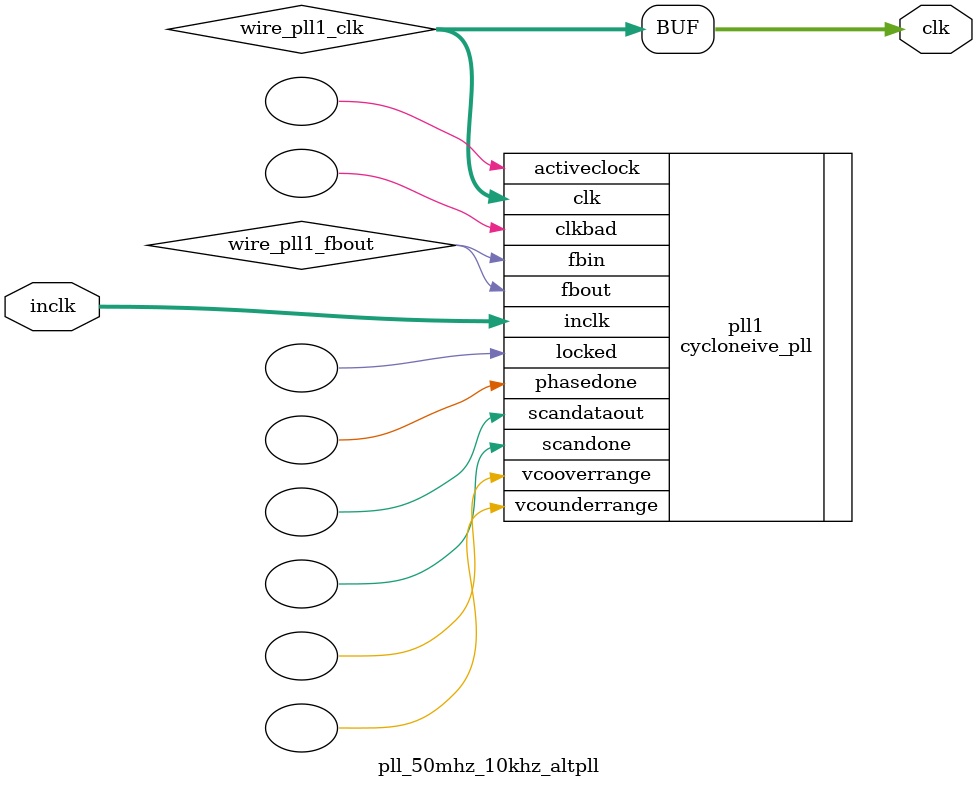
<source format=v>






//synthesis_resources = cycloneive_pll 1 
//synopsys translate_off
`timescale 1 ps / 1 ps
//synopsys translate_on
module  pll_50mhz_10khz_altpll
	( 
	clk,
	inclk) /* synthesis synthesis_clearbox=1 */;
	output   [4:0]  clk;
	input   [1:0]  inclk;
`ifndef ALTERA_RESERVED_QIS
// synopsys translate_off
`endif
	tri0   [1:0]  inclk;
`ifndef ALTERA_RESERVED_QIS
// synopsys translate_on
`endif

	wire  [4:0]   wire_pll1_clk;
	wire  wire_pll1_fbout;

	cycloneive_pll   pll1
	( 
	.activeclock(),
	.clk(wire_pll1_clk),
	.clkbad(),
	.fbin(wire_pll1_fbout),
	.fbout(wire_pll1_fbout),
	.inclk(inclk),
	.locked(),
	.phasedone(),
	.scandataout(),
	.scandone(),
	.vcooverrange(),
	.vcounderrange()
	`ifndef FORMAL_VERIFICATION
	// synopsys translate_off
	`endif
	,
	.areset(1'b0),
	.clkswitch(1'b0),
	.configupdate(1'b0),
	.pfdena(1'b1),
	.phasecounterselect({3{1'b0}}),
	.phasestep(1'b0),
	.phaseupdown(1'b0),
	.scanclk(1'b0),
	.scanclkena(1'b1),
	.scandata(1'b0)
	`ifndef FORMAL_VERIFICATION
	// synopsys translate_on
	`endif
	);
	defparam
		pll1.bandwidth_type = "auto",
		pll1.clk0_divide_by = 5000,
		pll1.clk0_duty_cycle = 50,
		pll1.clk0_multiply_by = 1,
		pll1.clk0_phase_shift = "0",
		pll1.compensate_clock = "clk0",
		pll1.inclk0_input_frequency = 20000,
		pll1.operation_mode = "normal",
		pll1.pll_type = "auto",
		pll1.lpm_type = "cycloneive_pll";
	assign
		clk = {wire_pll1_clk[4:0]};
endmodule //pll_50mhz_10khz_altpll
//VALID FILE

</source>
